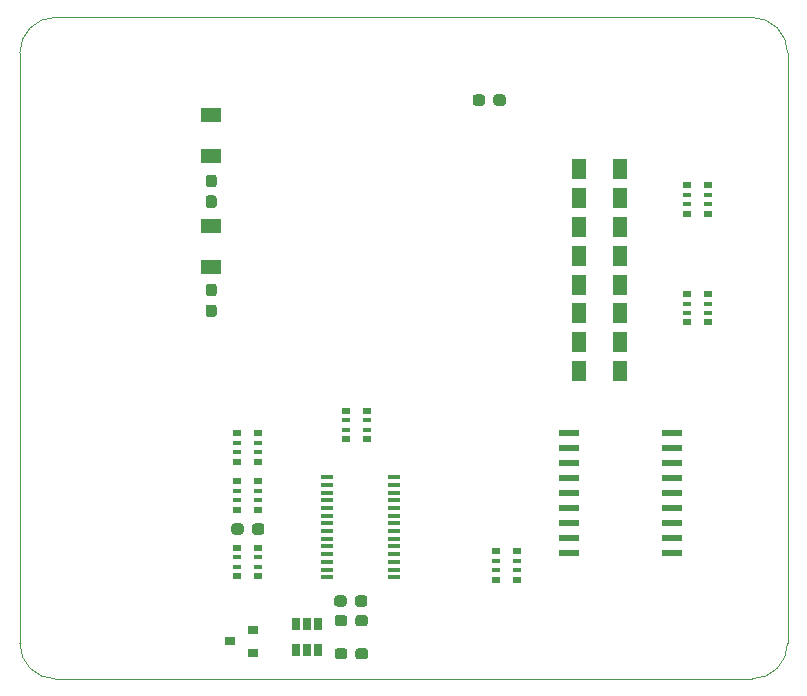
<source format=gbr>
%TF.GenerationSoftware,KiCad,Pcbnew,(5.1.7)-1*%
%TF.CreationDate,2022-01-16T10:28:54-05:00*%
%TF.ProjectId,reef-piHat,72656566-2d70-4694-9861-742e6b696361,rev?*%
%TF.SameCoordinates,Original*%
%TF.FileFunction,Paste,Top*%
%TF.FilePolarity,Positive*%
%FSLAX46Y46*%
G04 Gerber Fmt 4.6, Leading zero omitted, Abs format (unit mm)*
G04 Created by KiCad (PCBNEW (5.1.7)-1) date 2022-01-16 10:28:54*
%MOMM*%
%LPD*%
G01*
G04 APERTURE LIST*
%TA.AperFunction,Profile*%
%ADD10C,0.100000*%
%TD*%
%ADD11R,0.650000X1.060000*%
%ADD12R,1.100000X0.400000*%
%ADD13R,0.800000X0.500000*%
%ADD14R,0.800000X0.400000*%
%ADD15R,0.900000X0.800000*%
%ADD16R,1.725000X0.600000*%
%ADD17R,1.300000X1.700000*%
%ADD18R,1.700000X1.300000*%
G04 APERTURE END LIST*
D10*
X78546356Y-63817611D02*
X78546356Y-113817611D01*
X78546356Y-63817611D02*
G75*
G02*
X81546356Y-60817611I3000000J0D01*
G01*
X140546356Y-60817611D02*
X81546356Y-60817611D01*
X140546356Y-60817611D02*
G75*
G02*
X143546356Y-63817611I0J-3000000D01*
G01*
X143546356Y-113817611D02*
X143546356Y-63817611D01*
X81546356Y-116817611D02*
G75*
G02*
X78546356Y-113817611I0J3000000D01*
G01*
X81546356Y-116817611D02*
X140546356Y-116817611D01*
X143546351Y-113822847D02*
G75*
G02*
X140546356Y-116817611I-2999995J5236D01*
G01*
D11*
X102880000Y-112190000D03*
X101930000Y-112190000D03*
X103830000Y-112190000D03*
X103830000Y-114390000D03*
X102880000Y-114390000D03*
X101930000Y-114390000D03*
D12*
X110241200Y-108212600D03*
X110241200Y-107562600D03*
X110241200Y-106912600D03*
X110241200Y-106262600D03*
X110241200Y-105612600D03*
X110241200Y-104962600D03*
X110241200Y-104312600D03*
X110241200Y-103662600D03*
X110241200Y-103012600D03*
X110241200Y-102362600D03*
X110241200Y-101712600D03*
X110241200Y-101062600D03*
X110241200Y-100412600D03*
X110241200Y-99762600D03*
X104541200Y-99762600D03*
X104541200Y-100412600D03*
X104541200Y-101062600D03*
X104541200Y-101712600D03*
X104541200Y-102362600D03*
X104541200Y-103012600D03*
X104541200Y-103662600D03*
X104541200Y-104312600D03*
X104541200Y-104962600D03*
X104541200Y-105612600D03*
X104541200Y-106262600D03*
X104541200Y-106912600D03*
X104541200Y-107562600D03*
X104541200Y-108212600D03*
D13*
X135020000Y-84240000D03*
D14*
X135020000Y-85840000D03*
X135020000Y-85040000D03*
D13*
X135020000Y-86640000D03*
D14*
X136820000Y-85040000D03*
D13*
X136820000Y-84240000D03*
D14*
X136820000Y-85840000D03*
D13*
X136820000Y-86640000D03*
D15*
X96300000Y-113640000D03*
X98300000Y-112690000D03*
X98300000Y-114590000D03*
G36*
G01*
X106917000Y-110473500D02*
X106917000Y-109998500D01*
G75*
G02*
X107154500Y-109761000I237500J0D01*
G01*
X107729500Y-109761000D01*
G75*
G02*
X107967000Y-109998500I0J-237500D01*
G01*
X107967000Y-110473500D01*
G75*
G02*
X107729500Y-110711000I-237500J0D01*
G01*
X107154500Y-110711000D01*
G75*
G02*
X106917000Y-110473500I0J237500D01*
G01*
G37*
G36*
G01*
X105167000Y-110473500D02*
X105167000Y-109998500D01*
G75*
G02*
X105404500Y-109761000I237500J0D01*
G01*
X105979500Y-109761000D01*
G75*
G02*
X106217000Y-109998500I0J-237500D01*
G01*
X106217000Y-110473500D01*
G75*
G02*
X105979500Y-110711000I-237500J0D01*
G01*
X105404500Y-110711000D01*
G75*
G02*
X105167000Y-110473500I0J237500D01*
G01*
G37*
D16*
X125057500Y-95980000D03*
X125057500Y-97250000D03*
X125057500Y-98520000D03*
X125057500Y-99790000D03*
X125057500Y-101060000D03*
X125057500Y-102330000D03*
X125057500Y-103600000D03*
X125057500Y-104870000D03*
X125057500Y-106140000D03*
X133782500Y-95980000D03*
X133782500Y-97250000D03*
X133782500Y-98520000D03*
X133782500Y-99790000D03*
X133782500Y-101060000D03*
X133782500Y-102330000D03*
X133782500Y-103600000D03*
X133782500Y-104870000D03*
X133782500Y-106140000D03*
G36*
G01*
X94987500Y-76945000D02*
X94512500Y-76945000D01*
G75*
G02*
X94275000Y-76707500I0J237500D01*
G01*
X94275000Y-76132500D01*
G75*
G02*
X94512500Y-75895000I237500J0D01*
G01*
X94987500Y-75895000D01*
G75*
G02*
X95225000Y-76132500I0J-237500D01*
G01*
X95225000Y-76707500D01*
G75*
G02*
X94987500Y-76945000I-237500J0D01*
G01*
G37*
G36*
G01*
X94987500Y-75195000D02*
X94512500Y-75195000D01*
G75*
G02*
X94275000Y-74957500I0J237500D01*
G01*
X94275000Y-74382500D01*
G75*
G02*
X94512500Y-74145000I237500J0D01*
G01*
X94987500Y-74145000D01*
G75*
G02*
X95225000Y-74382500I0J-237500D01*
G01*
X95225000Y-74957500D01*
G75*
G02*
X94987500Y-75195000I-237500J0D01*
G01*
G37*
G36*
G01*
X94987500Y-84425000D02*
X94512500Y-84425000D01*
G75*
G02*
X94275000Y-84187500I0J237500D01*
G01*
X94275000Y-83612500D01*
G75*
G02*
X94512500Y-83375000I237500J0D01*
G01*
X94987500Y-83375000D01*
G75*
G02*
X95225000Y-83612500I0J-237500D01*
G01*
X95225000Y-84187500D01*
G75*
G02*
X94987500Y-84425000I-237500J0D01*
G01*
G37*
G36*
G01*
X94987500Y-86175000D02*
X94512500Y-86175000D01*
G75*
G02*
X94275000Y-85937500I0J237500D01*
G01*
X94275000Y-85362500D01*
G75*
G02*
X94512500Y-85125000I237500J0D01*
G01*
X94987500Y-85125000D01*
G75*
G02*
X95225000Y-85362500I0J-237500D01*
G01*
X95225000Y-85937500D01*
G75*
G02*
X94987500Y-86175000I-237500J0D01*
G01*
G37*
G36*
G01*
X106965000Y-114937500D02*
X106965000Y-114462500D01*
G75*
G02*
X107202500Y-114225000I237500J0D01*
G01*
X107777500Y-114225000D01*
G75*
G02*
X108015000Y-114462500I0J-237500D01*
G01*
X108015000Y-114937500D01*
G75*
G02*
X107777500Y-115175000I-237500J0D01*
G01*
X107202500Y-115175000D01*
G75*
G02*
X106965000Y-114937500I0J237500D01*
G01*
G37*
G36*
G01*
X105215000Y-114937500D02*
X105215000Y-114462500D01*
G75*
G02*
X105452500Y-114225000I237500J0D01*
G01*
X106027500Y-114225000D01*
G75*
G02*
X106265000Y-114462500I0J-237500D01*
G01*
X106265000Y-114937500D01*
G75*
G02*
X106027500Y-115175000I-237500J0D01*
G01*
X105452500Y-115175000D01*
G75*
G02*
X105215000Y-114937500I0J237500D01*
G01*
G37*
G36*
G01*
X105210000Y-112127500D02*
X105210000Y-111652500D01*
G75*
G02*
X105447500Y-111415000I237500J0D01*
G01*
X106022500Y-111415000D01*
G75*
G02*
X106260000Y-111652500I0J-237500D01*
G01*
X106260000Y-112127500D01*
G75*
G02*
X106022500Y-112365000I-237500J0D01*
G01*
X105447500Y-112365000D01*
G75*
G02*
X105210000Y-112127500I0J237500D01*
G01*
G37*
G36*
G01*
X106960000Y-112127500D02*
X106960000Y-111652500D01*
G75*
G02*
X107197500Y-111415000I237500J0D01*
G01*
X107772500Y-111415000D01*
G75*
G02*
X108010000Y-111652500I0J-237500D01*
G01*
X108010000Y-112127500D01*
G75*
G02*
X107772500Y-112365000I-237500J0D01*
G01*
X107197500Y-112365000D01*
G75*
G02*
X106960000Y-112127500I0J237500D01*
G01*
G37*
D17*
X125866939Y-90768777D03*
X129366939Y-90768777D03*
D18*
X94742000Y-72580000D03*
X94742000Y-69080000D03*
D17*
X125866939Y-88323234D03*
X129366939Y-88323234D03*
X129366939Y-85877695D03*
X125866939Y-85877695D03*
X129366939Y-83432156D03*
X125866939Y-83432156D03*
D18*
X94750000Y-78470000D03*
X94750000Y-81970000D03*
D17*
X125866939Y-80986617D03*
X129366939Y-80986617D03*
X129366939Y-78541078D03*
X125866939Y-78541078D03*
X125866939Y-76095539D03*
X129366939Y-76095539D03*
X129366939Y-73650000D03*
X125866939Y-73650000D03*
D13*
X120650000Y-108407200D03*
D14*
X120650000Y-106807200D03*
X120650000Y-107607200D03*
D13*
X120650000Y-106007200D03*
D14*
X118850000Y-107607200D03*
D13*
X118850000Y-108407200D03*
D14*
X118850000Y-106807200D03*
D13*
X118850000Y-106007200D03*
X106160000Y-94130000D03*
D14*
X106160000Y-95730000D03*
X106160000Y-94930000D03*
D13*
X106160000Y-96530000D03*
D14*
X107960000Y-94930000D03*
D13*
X107960000Y-94130000D03*
D14*
X107960000Y-95730000D03*
D13*
X107960000Y-96530000D03*
X96901000Y-100089000D03*
D14*
X96901000Y-101689000D03*
X96901000Y-100889000D03*
D13*
X96901000Y-102489000D03*
D14*
X98701000Y-100889000D03*
D13*
X98701000Y-100089000D03*
D14*
X98701000Y-101689000D03*
D13*
X98701000Y-102489000D03*
X98753500Y-98418500D03*
D14*
X98753500Y-97618500D03*
D13*
X98753500Y-96018500D03*
D14*
X98753500Y-96818500D03*
D13*
X96953500Y-98418500D03*
D14*
X96953500Y-96818500D03*
X96953500Y-97618500D03*
D13*
X96953500Y-96018500D03*
X136820000Y-77420000D03*
D14*
X136820000Y-76620000D03*
D13*
X136820000Y-75020000D03*
D14*
X136820000Y-75820000D03*
D13*
X135020000Y-77420000D03*
D14*
X135020000Y-75820000D03*
X135020000Y-76620000D03*
D13*
X135020000Y-75020000D03*
G36*
G01*
X116895000Y-68055500D02*
X116895000Y-67580500D01*
G75*
G02*
X117132500Y-67343000I237500J0D01*
G01*
X117707500Y-67343000D01*
G75*
G02*
X117945000Y-67580500I0J-237500D01*
G01*
X117945000Y-68055500D01*
G75*
G02*
X117707500Y-68293000I-237500J0D01*
G01*
X117132500Y-68293000D01*
G75*
G02*
X116895000Y-68055500I0J237500D01*
G01*
G37*
G36*
G01*
X118645000Y-68055500D02*
X118645000Y-67580500D01*
G75*
G02*
X118882500Y-67343000I237500J0D01*
G01*
X119457500Y-67343000D01*
G75*
G02*
X119695000Y-67580500I0J-237500D01*
G01*
X119695000Y-68055500D01*
G75*
G02*
X119457500Y-68293000I-237500J0D01*
G01*
X118882500Y-68293000D01*
G75*
G02*
X118645000Y-68055500I0J237500D01*
G01*
G37*
X96901000Y-105740200D03*
D14*
X96901000Y-107340200D03*
X96901000Y-106540200D03*
D13*
X96901000Y-108140200D03*
D14*
X98701000Y-106540200D03*
D13*
X98701000Y-105740200D03*
D14*
X98701000Y-107340200D03*
D13*
X98701000Y-108140200D03*
G36*
G01*
X99254800Y-103902500D02*
X99254800Y-104377500D01*
G75*
G02*
X99017300Y-104615000I-237500J0D01*
G01*
X98442300Y-104615000D01*
G75*
G02*
X98204800Y-104377500I0J237500D01*
G01*
X98204800Y-103902500D01*
G75*
G02*
X98442300Y-103665000I237500J0D01*
G01*
X99017300Y-103665000D01*
G75*
G02*
X99254800Y-103902500I0J-237500D01*
G01*
G37*
G36*
G01*
X97504800Y-103902500D02*
X97504800Y-104377500D01*
G75*
G02*
X97267300Y-104615000I-237500J0D01*
G01*
X96692300Y-104615000D01*
G75*
G02*
X96454800Y-104377500I0J237500D01*
G01*
X96454800Y-103902500D01*
G75*
G02*
X96692300Y-103665000I237500J0D01*
G01*
X97267300Y-103665000D01*
G75*
G02*
X97504800Y-103902500I0J-237500D01*
G01*
G37*
M02*

</source>
